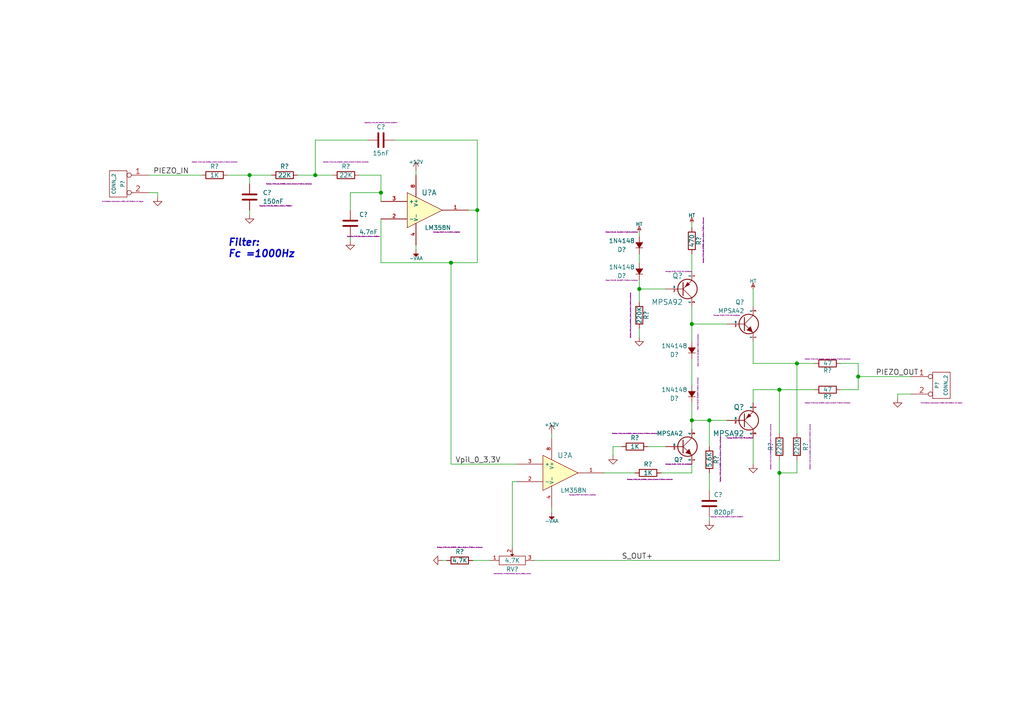
<source format=kicad_sch>
(kicad_sch (version 20250114) (generator "eeschema") (generator_version "9.0")
  (paper "A4")
  (title_block (title "Complex hierarchy: demo") (date "2017-01-15") (rev "1"))
  (lib_symbols
    (symbol "complex_hierarchy_schlib:+12V" (power) (pin_names (offset 0))
      (property "Value" "+12V" (at 0 3.556 0))
      (symbol "+12V_0_1"
        (polyline (pts (xy -0.762 1.27) (xy 0 2.54)))
        (polyline (pts (xy 0 2.54) (xy 0.762 1.27)))
        (polyline (pts (xy 0 0) (xy 0 2.54)))
      )
      (symbol "+12V_1_1"
        (pin power_in line (at 0 0 90) (length 0) (hide yes) (name "+12V") (number "1"))
      )
    )
    (symbol "complex_hierarchy_schlib:-VAA" (power) (pin_names (offset 0))
      (property "Value" "-VAA" (at 0 2.54 0))
      (symbol "-VAA_0_0"
        (pin power_in line (at 0 0 90) (length 0) (hide yes) (name "-VAA") (number "1"))
      )
      (symbol "-VAA_0_1"
        (polyline (pts (xy 0 2.032) (xy 0.762 1.27) (xy -0.508 1.27) (xy -0.762 1.27) (xy 0 2.032) (xy 0 2.032) (xy 0 2.032)) (fill (type outline)))
        (polyline (pts (xy 0 0) (xy 0 1.27) (xy 0 1.27)))
      )
    )
    (symbol "complex_hierarchy_schlib:C" (pin_numbers (hide yes)) (pin_names (offset 0.254))
      (property "Reference" "C" (at 0.635 2.54 0))
      (property "Value" "C" (at 0.635 -2.54 0))
      (symbol "C_0_1"
        (polyline (pts (xy -2.032 0.762) (xy 2.032 0.762)) (stroke (width 0.508)))
        (polyline (pts (xy -2.032 -0.762) (xy 2.032 -0.762)) (stroke (width 0.508)))
      )
      (symbol "C_1_1"
        (pin passive line (at 0 3.81 270) (length 2.794) (name "~") (number "1"))
        (pin passive line (at 0 -3.81 90) (length 2.794) (name "~") (number "2"))
      )
    )
    (symbol "complex_hierarchy_schlib:CONN_2" (pin_names (offset 1.016) (hide yes))
      (property "Reference" "P" (at -1.27 0 90))
      (property "Value" "CONN_2" (at 1.27 0 90))
      (symbol "CONN_2_0_1"
        (rectangle (start -2.54 3.81) (end 2.54 -3.81))
      )
      (symbol "CONN_2_1_1"
        (pin passive inverted (at -8.89 2.54 0) (length 6.35) (name "P1") (number "1"))
        (pin passive inverted (at -8.89 -2.54 0) (length 6.35) (name "PM") (number "2"))
      )
    )
    (symbol "complex_hierarchy_schlib:D_Small" (pin_numbers (hide yes)) (pin_names (offset 0.254) (hide yes))
      (property "Reference" "D" (at -1.27 2.032 0))
      (property "Value" "D_Small" (at -3.81 -2.032 0))
      (symbol "D_Small_0_1"
        (polyline (pts (xy -0.762 -1.016) (xy -0.762 1.016)))
        (polyline (pts (xy 0.762 -1.016) (xy -0.762 0) (xy 0.762 1.016) (xy 0.762 -1.016)) (fill (type outline)))
      )
      (symbol "D_Small_1_1"
        (pin passive line (at -2.54 0 0) (length 1.778) (name "K") (number "1"))
        (pin passive line (at 2.54 0 180) (length 1.778) (name "A") (number "2"))
      )
    )
    (symbol "complex_hierarchy_schlib:GND" (power) (pin_names (offset 0))
      (property "Value" "GND" (at 0 -3.1242 0))
      (symbol "GND_0_1"
        (polyline (pts (xy 0 0) (xy 0 -1.27) (xy 1.27 -1.27) (xy 0 -2.54) (xy -1.27 -1.27) (xy 0 -1.27)))
      )
      (symbol "GND_1_1"
        (pin power_in line (at 0 0 270) (length 0) (hide yes) (name "GND") (number "1"))
      )
    )
    (symbol "complex_hierarchy_schlib:HT" (power) (pin_names (offset 0))
      (property "Value" "HT" (at 0 2.286 0))
      (symbol "HT_0_0"
        (pin power_in line (at 0 0 90) (length 0) (hide yes) (name "HT") (number "1"))
      )
      (symbol "HT_0_1"
        (polyline (pts (xy 0 1.016) (xy 0.508 0.508) (xy 0 1.778) (xy -0.508 0.508) (xy 0 1.016) (xy 0 1.016)))
        (polyline (pts (xy 0 0) (xy 0 1.016) (xy 0 1.016)))
      )
    )
    (symbol "complex_hierarchy_schlib:LM358N"
      (property "Reference" "U" (at -1.27 5.08 0))
      (property "Value" "LM358N" (at -1.27 -6.35 0))
      (symbol "LM358N_0_1"
        (polyline (pts (xy -5.08 5.08) (xy 5.08 0) (xy -5.08 -5.08) (xy -5.08 5.08)) (stroke (width 0.1524)) (fill (type background)))
        (pin power_in line (at -2.54 10.16 270) (length 6.35) (name "V+") (number "8"))
        (pin power_in line (at -2.54 -10.16 90) (length 6.35) (name "V-") (number "4"))
      )
      (symbol "LM358N_1_1"
        (pin input line (at -12.7 2.54 0) (length 7.62) (name "+") (number "3"))
        (pin input line (at -12.7 -2.54 0) (length 7.62) (name "-") (number "2"))
        (pin output line (at 12.7 0 180) (length 7.62) (name "~") (number "1"))
      )
      (symbol "LM358N_2_1"
        (pin input line (at -12.7 2.54 0) (length 7.62) (name "+") (number "5"))
        (pin input line (at -12.7 -2.54 0) (length 7.62) (name "-") (number "6"))
        (pin output line (at 12.7 0 180) (length 7.62) (name "~") (number "7"))
      )
    )
    (symbol "complex_hierarchy_schlib:MPSA42" (pin_names (offset 0))
      (property "Reference" "Q" (at 3.81 -3.81 0))
      (property "Value" "MPSA42" (at 3.81 3.81 0))
      (symbol "MPSA42_0_1"
        (polyline (pts (xy 0 1.905) (xy 0 -1.905) (xy 0 -1.905)) (stroke (width 0.254)))
        (polyline (pts (xy 0 0) (xy 2.54 2.54)))
        (circle (center 1.27 0) (radius 2.8194) (stroke (width 0.254)))
        (polyline (pts (xy 1.27 -1.27) (xy 0 0) (xy 0 0)))
        (polyline (pts (xy 2.286 -2.286) (xy 2.54 -2.54) (xy 2.54 -2.54)))
        (polyline (pts (xy 2.286 -2.286) (xy 1.778 -0.762) (xy 0.762 -1.778) (xy 2.286 -2.286) (xy 2.286 -2.286)) (fill (type outline)))
      )
      (symbol "MPSA42_1_1"
        (pin input line (at -5.08 0 0) (length 5.08) (name "B") (number "2"))
        (pin passive line (at 2.54 5.08 270) (length 2.54) (name "C") (number "3"))
        (pin passive line (at 2.54 -5.08 90) (length 2.54) (name "E") (number "1"))
      )
    )
    (symbol "complex_hierarchy_schlib:MPSA92" (pin_names (offset 0))
      (property "Reference" "Q" (at 3.81 -3.81 0))
      (property "Value" "MPSA92" (at 3.81 3.81 0))
      (symbol "MPSA92_0_1"
        (polyline (pts (xy 0 1.905) (xy 0 -1.905) (xy 0 -1.905)) (stroke (width 0.254)) (fill (type outline)))
        (polyline (pts (xy 0 0) (xy 2.54 2.54)))
        (polyline (pts (xy 0.635 -0.635) (xy 0 0) (xy 0 0)))
        (polyline (pts (xy 0.635 -0.635) (xy 1.27 -1.905) (xy 1.905 -1.27) (xy 0.635 -0.635) (xy 0.635 -0.635)) (fill (type outline)))
        (circle (center 1.27 0) (radius 2.8194) (stroke (width 0.254)))
        (polyline (pts (xy 2.54 -2.54) (xy 1.651 -1.651) (xy 1.651 -1.651)))
      )
      (symbol "MPSA92_1_1"
        (pin input line (at -5.08 0 0) (length 5.08) (name "B") (number "2"))
        (pin passive line (at 2.54 5.08 270) (length 2.54) (name "C") (number "3"))
        (pin passive line (at 2.54 -5.08 90) (length 2.54) (name "E") (number "1"))
      )
    )
    (symbol "complex_hierarchy_schlib:POT" (pin_names (offset 1.016) (hide yes))
      (property "Reference" "RV" (at 0 -2.54 0))
      (property "Value" "POT" (at 0 0 0))
      (symbol "POT_0_1"
        (rectangle (start -3.81 1.27) (end 3.81 -1.27))
        (polyline (pts (xy 0 1.27) (xy -0.508 1.778) (xy 0.508 1.778)) (fill (type outline)))
      )
      (symbol "POT_1_1"
        (pin passive line (at -6.35 0 0) (length 2.54) (name "1") (number "1"))
        (pin passive line (at 0 3.81 270) (length 2.032) (name "2") (number "2"))
        (pin passive line (at 6.35 0 180) (length 2.54) (name "3") (number "3"))
      )
    )
    (symbol "complex_hierarchy_schlib:R" (pin_numbers (hide yes)) (pin_names (offset 0))
      (property "Reference" "R" (at 2.032 0 90))
      (property "Value" "R" (at 0 0 90))
      (symbol "R_0_1"
        (rectangle (start -1.016 -2.54) (end 1.016 2.54) (stroke (width 0.254)))
      )
      (symbol "R_1_1"
        (pin passive line (at 0 3.81 270) (length 1.27) (name "~") (number "1"))
        (pin passive line (at 0 -3.81 90) (length 1.27) (name "~") (number "2"))
      )
    )
  )
  (text "Filter:\nFc =1000Hz" (at 66.04 74.93 0) (effects (font (size 2.032 2.032) (thickness 0.4064) (bold yes) (italic yes)) (justify left bottom)))
  (junction (at 138.43 60.96) (diameter 1.016))
  (junction (at 248.92 109.22) (diameter 1.016))
  (junction (at 226.06 113.03) (diameter 1.016))
  (junction (at 130.81 76.2) (diameter 1.016))
  (junction (at 205.74 121.92) (diameter 1.016))
  (junction (at 226.06 137.16) (diameter 1.016))
  (junction (at 200.66 93.98) (diameter 1.016))
  (junction (at 231.14 105.41) (diameter 1.016))
  (junction (at 91.44 50.8) (diameter 1.016))
  (junction (at 110.49 55.88) (diameter 1.016))
  (junction (at 72.39 50.8) (diameter 1.016))
  (junction (at 185.42 83.82) (diameter 1.016))
  (junction (at 200.66 121.92) (diameter 1.016))
  (wire (pts (xy 86.36 50.8) (xy 91.44 50.8)))
  (wire (pts (xy 231.14 137.16) (xy 231.14 133.35)))
  (wire (pts (xy 175.26 137.16) (xy 184.15 137.16)))
  (wire (pts (xy 218.44 127) (xy 218.44 134.62)))
  (wire (pts (xy 72.39 50.8) (xy 78.74 50.8)))
  (wire (pts (xy 110.49 55.88) (xy 110.49 58.42)))
  (wire (pts (xy 205.74 149.86) (xy 205.74 151.13)))
  (wire (pts (xy 218.44 105.41) (xy 218.44 99.06)))
  (wire (pts (xy 218.44 105.41) (xy 231.14 105.41)))
  (wire (pts (xy 180.34 129.54) (xy 177.8 129.54)))
  (wire (pts (xy 106.68 40.64) (xy 91.44 40.64)))
  (wire (pts (xy 185.42 83.82) (xy 185.42 87.63)))
  (wire (pts (xy 231.14 105.41) (xy 236.22 105.41)))
  (wire (pts (xy 226.06 113.03) (xy 236.22 113.03)))
  (wire (pts (xy 226.06 137.16) (xy 231.14 137.16)))
  (wire (pts (xy 72.39 53.34) (xy 72.39 50.8)))
  (wire (pts (xy 110.49 55.88) (xy 101.6 55.88)))
  (wire (pts (xy 185.42 81.28) (xy 185.42 83.82)))
  (wire (pts (xy 210.82 93.98) (xy 200.66 93.98)))
  (wire (pts (xy 148.59 158.75) (xy 148.59 139.7)))
  (wire (pts (xy 138.43 60.96) (xy 138.43 40.64)))
  (wire (pts (xy 130.81 76.2) (xy 138.43 76.2)))
  (wire (pts (xy 130.81 134.62) (xy 130.81 76.2)))
  (wire (pts (xy 160.02 148.59) (xy 160.02 147.32)))
  (wire (pts (xy 45.72 55.88) (xy 45.72 57.15)))
  (wire (pts (xy 91.44 50.8) (xy 96.52 50.8)))
  (wire (pts (xy 200.66 93.98) (xy 200.66 99.06)))
  (wire (pts (xy 101.6 69.85) (xy 101.6 68.58)))
  (wire (pts (xy 160.02 125.73) (xy 160.02 127)))
  (wire (pts (xy 200.66 116.84) (xy 200.66 121.92)))
  (wire (pts (xy 58.42 50.8) (xy 43.18 50.8)))
  (wire (pts (xy 200.66 64.77) (xy 200.66 66.04)))
  (wire (pts (xy 226.06 162.56) (xy 154.94 162.56)))
  (wire (pts (xy 248.92 105.41) (xy 243.84 105.41)))
  (wire (pts (xy 205.74 121.92) (xy 205.74 129.54)))
  (wire (pts (xy 200.66 121.92) (xy 205.74 121.92)))
  (wire (pts (xy 248.92 109.22) (xy 264.16 109.22)))
  (wire (pts (xy 128.27 162.56) (xy 129.54 162.56)))
  (wire (pts (xy 264.16 114.3) (xy 260.35 114.3)))
  (wire (pts (xy 138.43 40.64) (xy 114.3 40.64)))
  (wire (pts (xy 200.66 88.9) (xy 200.66 93.98)))
  (wire (pts (xy 226.06 137.16) (xy 226.06 162.56)))
  (wire (pts (xy 177.8 129.54) (xy 177.8 132.08)))
  (wire (pts (xy 149.86 134.62) (xy 130.81 134.62)))
  (wire (pts (xy 248.92 105.41) (xy 248.92 109.22)))
  (wire (pts (xy 200.66 134.62) (xy 200.66 137.16)))
  (wire (pts (xy 200.66 137.16) (xy 191.77 137.16)))
  (wire (pts (xy 43.18 55.88) (xy 45.72 55.88)))
  (wire (pts (xy 110.49 50.8) (xy 110.49 55.88)))
  (wire (pts (xy 91.44 40.64) (xy 91.44 50.8)))
  (wire (pts (xy 200.66 121.92) (xy 200.66 124.46)))
  (wire (pts (xy 110.49 50.8) (xy 104.14 50.8)))
  (wire (pts (xy 185.42 95.25) (xy 185.42 97.79)))
  (wire (pts (xy 226.06 113.03) (xy 226.06 125.73)))
  (wire (pts (xy 260.35 114.3) (xy 260.35 115.57)))
  (wire (pts (xy 120.65 49.53) (xy 120.65 50.8)))
  (wire (pts (xy 148.59 139.7) (xy 149.86 139.7)))
  (wire (pts (xy 110.49 63.5) (xy 110.49 76.2)))
  (wire (pts (xy 135.89 60.96) (xy 138.43 60.96)))
  (wire (pts (xy 137.16 162.56) (xy 142.24 162.56)))
  (wire (pts (xy 185.42 76.2) (xy 185.42 73.66)))
  (wire (pts (xy 193.04 83.82) (xy 185.42 83.82)))
  (wire (pts (xy 120.65 72.39) (xy 120.65 71.12)))
  (wire (pts (xy 218.44 113.03) (xy 226.06 113.03)))
  (wire (pts (xy 248.92 113.03) (xy 243.84 113.03)))
  (wire (pts (xy 218.44 83.82) (xy 218.44 88.9)))
  (wire (pts (xy 200.66 104.14) (xy 200.66 111.76)))
  (wire (pts (xy 218.44 113.03) (xy 218.44 116.84)))
  (wire (pts (xy 226.06 133.35) (xy 226.06 137.16)))
  (wire (pts (xy 187.96 129.54) (xy 193.04 129.54)))
  (wire (pts (xy 138.43 76.2) (xy 138.43 60.96)))
  (wire (pts (xy 66.04 50.8) (xy 72.39 50.8)))
  (wire (pts (xy 110.49 76.2) (xy 130.81 76.2)))
  (wire (pts (xy 200.66 73.66) (xy 200.66 78.74)))
  (wire (pts (xy 231.14 125.73) (xy 231.14 105.41)))
  (wire (pts (xy 205.74 121.92) (xy 210.82 121.92)))
  (wire (pts (xy 248.92 109.22) (xy 248.92 113.03)))
  (wire (pts (xy 185.42 68.58) (xy 185.42 67.31)))
  (wire (pts (xy 101.6 55.88) (xy 101.6 60.96)))
  (wire (pts (xy 72.39 62.23) (xy 72.39 60.96)))
  (wire (pts (xy 205.74 137.16) (xy 205.74 142.24)))
  (label "Vpil_0_3,3V" (at 132.08 134.62 0) (effects (font (size 1.524 1.524))))
  (label "S_OUT+" (at 180.34 162.56 0) (effects (font (size 1.524 1.524))))
  (label "PIEZO_OUT" (at 254 109.22 0) (effects (font (size 1.524 1.524))))
  (label "PIEZO_IN" (at 44.45 50.8 0) (effects (font (size 1.524 1.524))))
  (symbol (lib_id "complex_hierarchy_schlib:POT") (at 148.59 162.56 0) (unit 1)
    (property "Reference" "RV?" (at 148.59 165.1 0))
    (property "Value" "4,7K" (at 148.59 162.56 0))
    (property "Footprint" "Potentiometer_THT:Potentiometer_Bourns_3266W_Vertical" (at 148.59 166.37 0) (effects (font (size 0.254 0.254))))
  )
  (symbol (lib_id "complex_hierarchy_schlib:C") (at 110.49 40.64 270) (unit 1)
    (property "Reference" "C?" (at 110.49 36.83 90))
    (property "Value" "15nF" (at 110.49 44.45 90))
    (property "Footprint" "Capacitor_THT:C_Disc_D5.0mm_W2.5mm_P5.00mm" (at 110.49 35.56 90) (effects (font (size 0.254 0.254))))
  )
  (symbol (lib_id "complex_hierarchy_schlib:R") (at 100.33 50.8 270) (unit 1)
    (property "Reference" "R?" (at 100.33 48.26 90))
    (property "Value" "22K" (at 100.33 50.8 90))
    (property "Footprint" "Resistor_THT:R_Axial_DIN0204_L3.6mm_D1.6mm_P7.62mm_Horizontal" (at 100.33 46.99 90) (effects (font (size 0.254 0.254))))
  )
  (symbol (lib_id "complex_hierarchy_schlib:+12V") (at 120.65 49.53 0) (unit 1)
    (property "Reference" "#U?" (effects (hide yes)))
    (property "Value" "+12V" (at 120.65 46.99 0) (effects (font (size 1.016 1.016))))
  )
  (symbol (lib_id "complex_hierarchy_schlib:LM358N") (at 123.19 60.96 0) (unit 1)
    (property "Reference" "U?" (at 124.46 55.88 0) (effects (font (size 1.524 1.524))))
    (property "Value" "LM358N" (at 127 66.04 0))
    (property "Footprint" "Package_DIP:DIP-8_W7.62mm_LongPads" (at 129.54 67.31 0) (effects (font (size 0.254 0.254))))
  )
  (symbol (lib_id "complex_hierarchy_schlib:HT") (at 218.44 83.82 0) (unit 1)
    (property "Reference" "#PWR?" (effects (hide yes)))
    (property "Value" "HT" (at 218.44 81.534 0) (effects (font (size 1.016 1.016))))
  )
  (symbol (lib_id "complex_hierarchy_schlib:HT") (at 200.66 64.77 0) (unit 1)
    (property "Reference" "#PWR?" (effects (hide yes)))
    (property "Value" "HT" (at 200.66 62.484 0) (effects (font (size 1.016 1.016))))
  )
  (symbol (lib_id "complex_hierarchy_schlib:HT") (at 185.42 67.31 0) (unit 1)
    (property "Reference" "#PWR?" (effects (hide yes)))
    (property "Value" "HT" (at 185.42 65.024 0) (effects (font (size 1.016 1.016))))
  )
  (symbol (lib_id "complex_hierarchy_schlib:MPSA92") (at 198.12 83.82 0) (mirror x) (unit 1)
    (property "Reference" "Q?" (at 198.12 80.01 0) (effects (font (size 1.524 1.524)) (justify right)))
    (property "Value" "MPSA92" (at 198.12 87.63 0) (effects (font (size 1.524 1.524)) (justify right)))
    (property "Footprint" "Package_TO_SOT_THT:TO-92_HandSolder" (at 196.85 78.74 0) (effects (font (size 0.254 0.254))))
  )
  (symbol (lib_id "complex_hierarchy_schlib:GND") (at 128.27 162.56 270) (unit 1)
    (property "Reference" "#PWR?" (effects (hide yes)))
    (property "Value" "GND" (effects (hide yes)))
  )
  (symbol (lib_id "complex_hierarchy_schlib:R") (at 133.35 162.56 270) (unit 1)
    (property "Reference" "R?" (at 133.35 160.02 90))
    (property "Value" "4,7K" (at 133.35 162.56 90))
    (property "Footprint" "Resistor_THT:R_Axial_DIN0204_L3.6mm_D1.6mm_P7.62mm_Horizontal" (at 133.35 158.75 90) (effects (font (size 0.254 0.254))))
  )
  (symbol (lib_id "complex_hierarchy_schlib:GND") (at 260.35 115.57 0) (unit 1)
    (property "Reference" "#PWR?" (effects (hide yes)))
    (property "Value" "GND" (effects (hide yes)))
  )
  (symbol (lib_id "complex_hierarchy_schlib:R") (at 240.03 105.41 270) (unit 1)
    (property "Reference" "R?" (at 240.03 107.442 90))
    (property "Value" "47" (at 240.03 105.41 90))
    (property "Footprint" "Resistor_THT:R_Axial_DIN0204_L3.6mm_D1.6mm_P7.62mm_Horizontal" (at 240.03 104.14 90) (effects (font (size 0.254 0.254))))
  )
  (symbol (lib_id "complex_hierarchy_schlib:C") (at 205.74 146.05 0) (unit 1)
    (property "Reference" "C?" (at 207.01 143.51 0) (effects (justify left)))
    (property "Value" "820pF" (at 207.01 148.59 0) (effects (justify left)))
    (property "Footprint" "Capacitor_THT:C_Disc_D5.0mm_W2.5mm_P5.00mm" (at 210.82 149.86 0) (effects (font (size 0.254 0.254))))
  )
  (symbol (lib_id "complex_hierarchy_schlib:C") (at 101.6 64.77 0) (unit 1)
    (property "Reference" "C?" (at 104.14 62.23 0) (effects (justify left)))
    (property "Value" "4.7nF" (at 104.14 67.31 0) (effects (justify left)))
    (property "Footprint" "Capacitor_THT:C_Disc_D5.0mm_W2.5mm_P5.00mm" (at 105.41 68.58 0) (effects (font (size 0.254 0.254))))
  )
  (symbol (lib_id "complex_hierarchy_schlib:CONN_2") (at 34.29 53.34 0) (mirror y) (unit 1)
    (property "Reference" "P?" (at 35.56 53.34 90) (effects (font (size 1.016 1.016))))
    (property "Value" "CONN_2" (at 33.02 53.34 90) (effects (font (size 1.016 1.016))))
    (property "Footprint" "TerminalBlock_Altech:Altech_AK300_1x02_P5.00mm_45-Degree" (at 35.56 58.42 0) (effects (font (size 0.254 0.254))))
  )
  (symbol (lib_id "complex_hierarchy_schlib:LM358N") (at 162.56 137.16 0) (unit 1)
    (property "Reference" "U?" (at 163.83 132.08 0) (effects (font (size 1.524 1.524))))
    (property "Value" "LM358N" (at 166.37 142.24 0))
    (property "Footprint" "Package_DIP:DIP-8_W7.62mm_LongPads" (at 168.91 143.51 0) (effects (font (size 0.254 0.254))))
  )
  (symbol (lib_id "complex_hierarchy_schlib:GND") (at 101.6 69.85 0) (unit 1)
    (property "Reference" "#PWR?" (effects (hide yes)))
    (property "Value" "GND" (effects (hide yes)))
  )
  (symbol (lib_id "complex_hierarchy_schlib:GND") (at 45.72 57.15 0) (unit 1)
    (property "Reference" "#PWR?" (effects (hide yes)))
    (property "Value" "GND" (effects (hide yes)))
  )
  (symbol (lib_id "complex_hierarchy_schlib:R") (at 82.55 50.8 270) (unit 1)
    (property "Reference" "R?" (at 82.55 48.26 90))
    (property "Value" "22K" (at 82.55 50.8 90))
    (property "Footprint" "Resistor_THT:R_Axial_DIN0204_L3.6mm_D1.6mm_P7.62mm_Horizontal" (at 83.82 53.34 90) (effects (font (size 0.254 0.254))))
  )
  (symbol (lib_id "complex_hierarchy_schlib:CONN_2") (at 273.05 111.76 0) (unit 1)
    (property "Reference" "P?" (at 271.78 111.76 90) (effects (font (size 1.016 1.016))))
    (property "Value" "CONN_2" (at 274.32 111.76 90) (effects (font (size 1.016 1.016))))
    (property "Footprint" "TerminalBlock_Altech:Altech_AK300_1x02_P5.00mm_45-Degree" (at 273.05 116.84 0) (effects (font (size 0.254 0.254))))
  )
  (symbol (lib_id "complex_hierarchy_schlib:R") (at 187.96 137.16 270) (unit 1)
    (property "Reference" "R?" (at 187.96 134.62 90))
    (property "Value" "1K" (at 187.96 137.16 90))
    (property "Footprint" "Resistor_THT:R_Axial_DIN0204_L3.6mm_D1.6mm_P7.62mm_Horizontal" (at 188.5188 139.065 90) (effects (font (size 0.254 0.254))))
  )
  (symbol (lib_id "complex_hierarchy_schlib:+12V") (at 160.02 125.73 0) (unit 1)
    (property "Reference" "#U?" (effects (hide yes)))
    (property "Value" "+12V" (at 160.02 123.19 0) (effects (font (size 1.016 1.016))))
  )
  (symbol (lib_id "complex_hierarchy_schlib:R") (at 226.06 129.54 180) (unit 1)
    (property "Reference" "R?" (at 223.52 129.54 90))
    (property "Value" "220K" (at 226.06 129.54 90))
    (property "Footprint" "Resistor_THT:R_Axial_DIN0204_L3.6mm_D1.6mm_P7.62mm_Horizontal" (at 223.52 129.54 90) (effects (font (size 0.254 0.254))))
  )
  (symbol (lib_id "complex_hierarchy_schlib:R") (at 184.15 129.54 270) (unit 1)
    (property "Reference" "R?" (at 184.15 127 90))
    (property "Value" "1K" (at 184.15 129.54 90))
    (property "Footprint" "Resistor_THT:R_Axial_DIN0204_L3.6mm_D1.6mm_P7.62mm_Horizontal" (at 184.15 125.73 90) (effects (font (size 0.254 0.254))))
  )
  (symbol (lib_id "complex_hierarchy_schlib:GND") (at 185.42 97.79 0) (unit 1)
    (property "Reference" "#PWR?" (effects (hide yes)))
    (property "Value" "GND" (effects (hide yes)))
  )
  (symbol (lib_id "complex_hierarchy_schlib:R") (at 185.42 91.44 0) (unit 1)
    (property "Reference" "R?" (at 187.452 91.44 90))
    (property "Value" "220K" (at 185.42 91.44 90))
    (property "Footprint" "Resistor_THT:R_Axial_DIN0204_L3.6mm_D1.6mm_P7.62mm_Horizontal" (at 182.88 91.44 90) (effects (font (size 0.254 0.254))))
  )
  (symbol (lib_id "complex_hierarchy_schlib:D_Small") (at 185.42 71.12 90) (unit 1)
    (property "Reference" "D?" (at 180.34 72.39 90))
    (property "Value" "1N4148" (at 180.34 69.85 90))
    (property "Footprint" "Diode_THT:D_DO-35_SOD27_P7.62mm_Horizontal" (at 180.34 67.31 90) (effects (font (size 0.254 0.254))))
  )
  (symbol (lib_id "complex_hierarchy_schlib:R") (at 200.66 69.85 0) (unit 1)
    (property "Reference" "R?" (at 202.692 69.85 90))
    (property "Value" "470" (at 200.66 69.85 90))
    (property "Footprint" "Resistor_THT:R_Axial_DIN0204_L3.6mm_D1.6mm_P7.62mm_Horizontal" (at 203.9874 69.6468 90) (effects (font (size 0.254 0.254))))
  )
  (symbol (lib_id "complex_hierarchy_schlib:D_Small") (at 185.42 78.74 90) (unit 1)
    (property "Reference" "D?" (at 180.34 80.01 90))
    (property "Value" "1N4148" (at 180.34 77.47 90))
    (property "Footprint" "Diode_THT:D_DO-35_SOD27_P7.62mm_Horizontal" (at 180.34 81.28 90) (effects (font (size 0.254 0.254))))
  )
  (symbol (lib_id "complex_hierarchy_schlib:GND") (at 177.8 132.08 0) (unit 1)
    (property "Reference" "#PWR?" (effects (hide yes)))
    (property "Value" "GND" (effects (hide yes)))
  )
  (symbol (lib_id "complex_hierarchy_schlib:MPSA42") (at 198.12 129.54 0) (unit 1)
    (property "Reference" "Q?" (at 198.12 133.35 0) (effects (justify right)))
    (property "Value" "MPSA42" (at 198.12 125.73 0) (effects (justify right)))
    (property "Footprint" "Package_TO_SOT_THT:TO-92_HandSolder" (at 196.85 134.62 0) (effects (font (size 0.254 0.254))))
  )
  (symbol (lib_id "complex_hierarchy_schlib:GND") (at 218.44 134.62 0) (unit 1)
    (property "Reference" "#PWR?" (effects (hide yes)))
    (property "Value" "GND" (effects (hide yes)))
  )
  (symbol (lib_id "complex_hierarchy_schlib:D_Small") (at 200.66 114.3 90) (unit 1)
    (property "Reference" "D?" (at 195.58 115.57 90))
    (property "Value" "1N4148" (at 195.58 113.03 90))
    (property "Footprint" "Diode_THT:D_DO-35_SOD27_P7.62mm_Horizontal" (at 202.3872 114.1476 0) (effects (font (size 0.254 0.254))))
  )
  (symbol (lib_id "complex_hierarchy_schlib:MPSA92") (at 215.9 121.92 0) (mirror x) (unit 1)
    (property "Reference" "Q?" (at 215.9 118.11 0) (effects (font (size 1.524 1.524)) (justify right)))
    (property "Value" "MPSA92" (at 215.9 125.73 0) (effects (font (size 1.524 1.524)) (justify right)))
    (property "Footprint" "Package_TO_SOT_THT:TO-92_HandSolder" (at 214.63 127 0) (effects (font (size 0.254 0.254))))
  )
  (symbol (lib_id "complex_hierarchy_schlib:MPSA42") (at 215.9 93.98 0) (unit 1)
    (property "Reference" "Q?" (at 215.9 87.63 0) (effects (justify right)))
    (property "Value" "MPSA42" (at 215.9 90.17 0) (effects (justify right)))
    (property "Footprint" "Package_TO_SOT_THT:TO-92_HandSolder" (at 210.82 91.44 0) (effects (font (size 0.254 0.254))))
  )
  (symbol (lib_id "complex_hierarchy_schlib:-VAA") (at 120.65 72.39 180) (unit 1)
    (property "Reference" "#PWR?" (effects (hide yes)))
    (property "Value" "-VAA" (at 120.65 74.93 0) (effects (font (size 1.016 1.016))))
  )
  (symbol (lib_id "complex_hierarchy_schlib:-VAA") (at 160.02 148.59 180) (unit 1)
    (property "Reference" "#PWR?" (effects (hide yes)))
    (property "Value" "-VAA" (at 160.02 151.13 0) (effects (font (size 1.016 1.016))))
  )
  (symbol (lib_id "complex_hierarchy_schlib:R") (at 62.23 50.8 270) (unit 1)
    (property "Reference" "R?" (at 62.23 48.26 90))
    (property "Value" "1K" (at 62.23 50.8 90))
    (property "Footprint" "Resistor_THT:R_Axial_DIN0204_L3.6mm_D1.6mm_P7.62mm_Horizontal" (at 62.23 46.99 90) (effects (font (size 0.254 0.254))))
  )
  (symbol (lib_id "complex_hierarchy_schlib:C") (at 72.39 57.15 0) (unit 1)
    (property "Reference" "C?" (at 76.2 55.88 0) (effects (justify left)))
    (property "Value" "150nF" (at 76.2 58.42 0) (effects (justify left)))
    (property "Footprint" "Capacitor_THT:C_Disc_D5.0mm_W2.5mm_P5.00mm" (at 80.01 59.69 0) (effects (font (size 0.254 0.254))))
  )
  (symbol (lib_id "complex_hierarchy_schlib:GND") (at 72.39 62.23 0) (unit 1)
    (property "Reference" "#PWR?" (effects (hide yes)))
    (property "Value" "GND" (effects (hide yes)))
  )
  (symbol (lib_id "complex_hierarchy_schlib:R") (at 205.74 133.35 0) (unit 1)
    (property "Reference" "R?" (at 207.772 133.35 90))
    (property "Value" "5,6K" (at 205.74 133.35 90))
    (property "Footprint" "Resistor_THT:R_Axial_DIN0204_L3.6mm_D1.6mm_P7.62mm_Horizontal" (at 208.9404 133.1214 90) (effects (font (size 0.254 0.254))))
  )
  (symbol (lib_id "complex_hierarchy_schlib:GND") (at 205.74 151.13 0) (unit 1)
    (property "Reference" "#PWR?" (effects (hide yes)))
    (property "Value" "GND" (effects (hide yes)))
  )
  (symbol (lib_id "complex_hierarchy_schlib:D_Small") (at 200.66 101.6 90) (unit 1)
    (property "Reference" "D?" (at 195.58 102.87 90))
    (property "Value" "1N4148" (at 195.58 100.33 90))
    (property "Footprint" "Diode_THT:D_DO-35_SOD27_P7.62mm_Horizontal" (at 202.4634 101.5746 0) (effects (font (size 0.254 0.254))))
  )
  (symbol (lib_id "complex_hierarchy_schlib:R") (at 240.03 113.03 270) (unit 1)
    (property "Reference" "R?" (at 240.03 115.062 90))
    (property "Value" "47" (at 240.03 113.03 90))
    (property "Footprint" "Resistor_THT:R_Axial_DIN0204_L3.6mm_D1.6mm_P7.62mm_Horizontal" (at 240.03 116.84 90) (effects (font (size 0.254 0.254))))
  )
  (symbol (lib_id "complex_hierarchy_schlib:R") (at 231.14 129.54 180) (unit 1)
    (property "Reference" "R?" (at 233.68 129.54 90))
    (property "Value" "220K" (at 231.14 129.54 90))
    (property "Footprint" "Resistor_THT:R_Axial_DIN0204_L3.6mm_D1.6mm_P7.62mm_Horizontal" (at 234.95 129.54 90) (effects (font (size 0.254 0.254))))
  )
)
</source>
